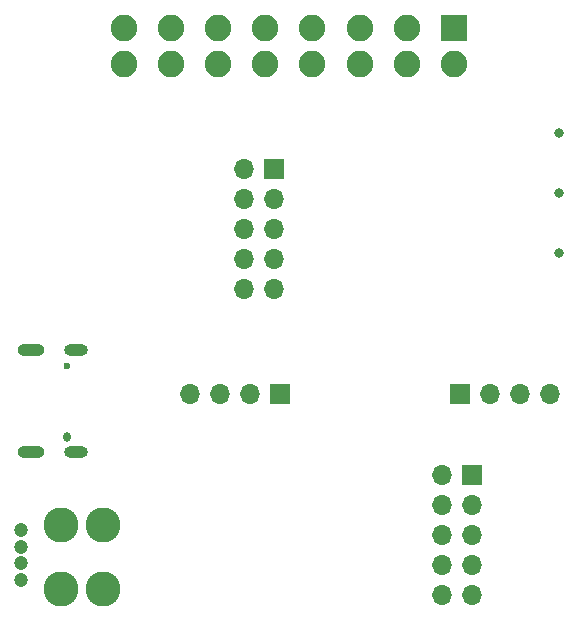
<source format=gbs>
G04 #@! TF.GenerationSoftware,KiCad,Pcbnew,5.1.10*
G04 #@! TF.CreationDate,2021-05-11T19:26:58+02:00*
G04 #@! TF.ProjectId,obd32,6f626433-322e-46b6-9963-61645f706362,rev?*
G04 #@! TF.SameCoordinates,Original*
G04 #@! TF.FileFunction,Soldermask,Bot*
G04 #@! TF.FilePolarity,Negative*
%FSLAX46Y46*%
G04 Gerber Fmt 4.6, Leading zero omitted, Abs format (unit mm)*
G04 Created by KiCad (PCBNEW 5.1.10) date 2021-05-11 19:26:58*
%MOMM*%
%LPD*%
G01*
G04 APERTURE LIST*
%ADD10C,2.250000*%
%ADD11R,2.250000X2.250000*%
%ADD12O,1.700000X1.700000*%
%ADD13R,1.700000X1.700000*%
%ADD14O,2.300000X1.000000*%
%ADD15O,0.600000X0.850000*%
%ADD16C,0.600000*%
%ADD17O,2.000000X1.000000*%
%ADD18C,0.800000*%
%ADD19C,2.970000*%
%ADD20C,1.200000*%
G04 APERTURE END LIST*
D10*
X207710000Y-66040000D03*
X211710000Y-66040000D03*
X215710000Y-66040000D03*
X219710000Y-66040000D03*
X223710000Y-66040000D03*
X227710000Y-66040000D03*
X231710000Y-66040000D03*
X235710000Y-66040000D03*
X207710000Y-63040000D03*
X211710000Y-63040000D03*
X215710000Y-63040000D03*
X219710000Y-63040000D03*
X223710000Y-63040000D03*
X227710000Y-63040000D03*
X231710000Y-63040000D03*
D11*
X235710000Y-63040000D03*
D12*
X213360000Y-93980000D03*
X215900000Y-93980000D03*
X218440000Y-93980000D03*
D13*
X220980000Y-93980000D03*
D12*
X243840000Y-93980000D03*
X241300000Y-93980000D03*
X238760000Y-93980000D03*
D13*
X236220000Y-93980000D03*
D14*
X199838500Y-98935000D03*
D15*
X202938500Y-97615000D03*
D14*
X199838500Y-90295000D03*
D16*
X202938500Y-91615000D03*
D17*
X203663500Y-90295000D03*
X203663500Y-98935000D03*
D12*
X234696000Y-110998000D03*
X237236000Y-110998000D03*
X234696000Y-108458000D03*
X237236000Y-108458000D03*
X234696000Y-105918000D03*
X237236000Y-105918000D03*
X234696000Y-103378000D03*
X237236000Y-103378000D03*
X234696000Y-100838000D03*
D13*
X237236000Y-100838000D03*
D12*
X217932000Y-85090000D03*
X220472000Y-85090000D03*
X217932000Y-82550000D03*
X220472000Y-82550000D03*
X217932000Y-80010000D03*
X220472000Y-80010000D03*
X217932000Y-77470000D03*
X220472000Y-77470000D03*
X217932000Y-74930000D03*
D13*
X220472000Y-74930000D03*
D18*
X244602000Y-82042000D03*
D19*
X205978000Y-105070000D03*
X205978000Y-110490000D03*
X202438000Y-110490000D03*
X202438000Y-105070000D03*
D20*
X199018000Y-109730000D03*
X199018000Y-108330000D03*
X199018000Y-106930000D03*
X199018000Y-105530000D03*
D18*
X244602000Y-76962000D03*
X244602000Y-71882000D03*
M02*

</source>
